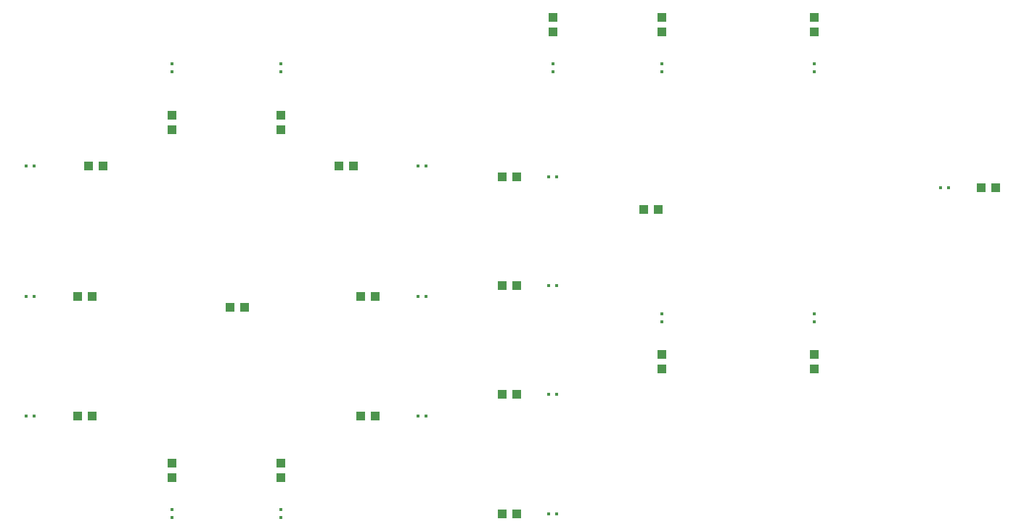
<source format=gbr>
G04 EAGLE Gerber RS-274X export*
G75*
%MOMM*%
%FSLAX34Y34*%
%LPD*%
%INSolderpaste Top*%
%IPPOS*%
%AMOC8*
5,1,8,0,0,1.08239X$1,22.5*%
G01*
%ADD10R,0.350000X0.350000*%
%ADD11R,1.100000X1.000000*%
%ADD12R,1.000000X1.100000*%


D10*
X431800Y233600D03*
X431800Y223600D03*
X591900Y342900D03*
X601900Y342900D03*
X304800Y233600D03*
X304800Y223600D03*
X144700Y342900D03*
X134700Y342900D03*
X144700Y482600D03*
X134700Y482600D03*
X144700Y635000D03*
X134700Y635000D03*
X304800Y744300D03*
X304800Y754300D03*
X431800Y744300D03*
X431800Y754300D03*
X591900Y635000D03*
X601900Y635000D03*
X591900Y482600D03*
X601900Y482600D03*
D11*
X431800Y270900D03*
X431800Y287900D03*
D12*
X541900Y342900D03*
X524900Y342900D03*
X372500Y469900D03*
X389500Y469900D03*
D11*
X304800Y270900D03*
X304800Y287900D03*
D12*
X194700Y342900D03*
X211700Y342900D03*
X194700Y482600D03*
X211700Y482600D03*
X207400Y635000D03*
X224400Y635000D03*
D11*
X304800Y694300D03*
X304800Y677300D03*
X431800Y694300D03*
X431800Y677300D03*
D12*
X516500Y635000D03*
X499500Y635000D03*
X541900Y482600D03*
X524900Y482600D03*
D10*
X744300Y495300D03*
X754300Y495300D03*
X876300Y452200D03*
X876300Y462200D03*
X1054100Y452200D03*
X1054100Y462200D03*
X1211500Y609600D03*
X1201500Y609600D03*
X1054100Y754300D03*
X1054100Y744300D03*
X876300Y754300D03*
X876300Y744300D03*
X749300Y754300D03*
X749300Y744300D03*
X744300Y622300D03*
X754300Y622300D03*
X744300Y368300D03*
X754300Y368300D03*
X744300Y228600D03*
X754300Y228600D03*
D12*
X707000Y495300D03*
X690000Y495300D03*
D11*
X876300Y414900D03*
X876300Y397900D03*
X1054100Y414900D03*
X1054100Y397900D03*
D12*
X1248800Y609600D03*
X1265800Y609600D03*
D11*
X1054100Y791600D03*
X1054100Y808600D03*
X876300Y791600D03*
X876300Y808600D03*
X749300Y791600D03*
X749300Y808600D03*
D12*
X707000Y622300D03*
X690000Y622300D03*
X707000Y368300D03*
X690000Y368300D03*
X707000Y228600D03*
X690000Y228600D03*
X855100Y584200D03*
X872100Y584200D03*
M02*

</source>
